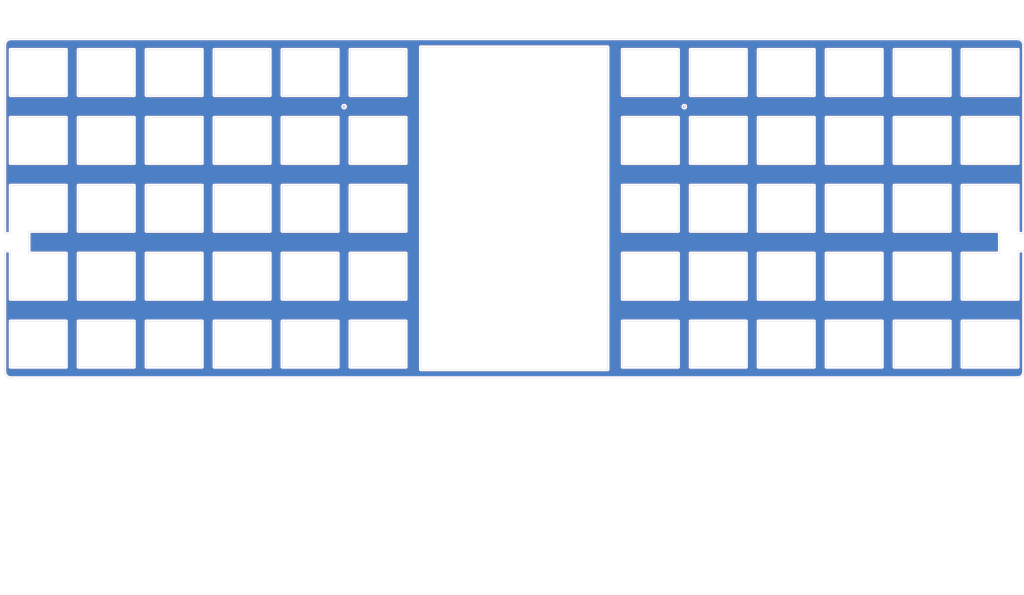
<source format=kicad_pcb>
(kicad_pcb (version 20211014) (generator pcbnew)
  (layers (0 "F.Cu" signal) (31 "B.Cu" signal) (34 "B.Paste" user) (35 "F.Paste" user) (36 "B.SilkS" user "B.Silkscreen") (37 "F.SilkS" user "F.Silkscreen") (38 "B.Mask" user) (39 "F.Mask" user) (44 "Edge.Cuts" user))
  (net 0 "")
  (gr_line (start 275.034557 99.298217) (end 275.034557 133.231058) (layer "Edge.Cuts") (width 0.1))
  (gr_line (start -8.929868 135.016997) (end 273.248618 135.016997) (layer "Edge.Cuts") (width 0.1))
  (gr_arc (start -10.715807 41.552856) (mid -10.192718 40.290006) (end -8.929868 39.766917) (layer "Edge.Cuts") (width 0.1))
  (gr_arc (start -8.929868 135.016997) (mid -10.192718 134.493908) (end -10.715807 133.231058) (layer "Edge.Cuts") (width 0.1))
  (gr_line (start -10.715807 41.552856) (end -10.715807 94.535713) (layer "Edge.Cuts") (width 0.1))
  (gr_line (start -10.715807 99.298217) (end -10.715807 133.231058) (layer "Edge.Cuts") (width 0.1))
  (gr_line (start 158.35379 42.148332) (end 105.965625 42.148125) (layer "Edge.Cuts") (width 0.1))
  (gr_line (start 200.621155 93.821644) (end 200.621155 80.96284) (layer "Edge.Cuts") (width 0.1))
  (gr_line (start 235.268488 119.063) (end 235.268488 131.921804) (layer "Edge.Cuts") (width 0.1))
  (gr_line (start 273.368648 131.921804) (end 257.771395 131.921804) (layer "Edge.Cuts") (width 0.1))
  (gr_line (start 197.168328 112.871724) (end 181.571075 112.871724) (layer "Edge.Cuts") (width 0.1))
  (gr_line (start 44.647896 119.063) (end 44.647896 131.921804) (layer "Edge.Cuts") (width 0.1))
  (gr_line (start 273.368648 94.53567) (end 275.034802 94.53567) (layer "Edge.Cuts") (width 0.1))
  (gr_line (start 82.748056 74.771564) (end 67.150803 74.771564) (layer "Edge.Cuts") (width 0.1))
  (gr_line (start 101.798136 80.96284) (end 101.798136 93.821644) (layer "Edge.Cuts") (width 0.1))
  (gr_line (start 10.000563 80.96284) (end 25.597816 80.96284) (layer "Edge.Cuts") (width 0.1))
  (gr_line (start 6.547736 42.86268) (end 6.547736 55.721484) (layer "Edge.Cuts") (width 0.1))
  (gr_line (start 254.318568 131.921804) (end 238.721315 131.921804) (layer "Edge.Cuts") (width 0.1))
  (gr_line (start 44.647896 61.91276) (end 44.647896 74.771564) (layer "Edge.Cuts") (width 0.1))
  (gr_line (start 273.368648 74.771564) (end 257.771395 74.771564) (layer "Edge.Cuts") (width 0.1))
  (gr_line (start 63.697976 61.91276) (end 63.697976 74.771564) (layer "Edge.Cuts") (width 0.1))
  (gr_line (start 200.621155 61.91276) (end 216.218408 61.91276) (layer "Edge.Cuts") (width 0.1))
  (gr_line (start 86.200883 93.821644) (end 86.200883 80.96284) (layer "Edge.Cuts") (width 0.1))
  (gr_line (start 197.168328 55.721484) (end 181.571075 55.721484) (layer "Edge.Cuts") (width 0.1))
  (gr_line (start 63.697976 131.921804) (end 48.100723 131.921804) (layer "Edge.Cuts") (width 0.1))
  (gr_line (start 200.621155 55.721484) (end 200.621155 42.86268) (layer "Edge.Cuts") (width 0.1))
  (gr_line (start -9.049517 131.921804) (end -9.049517 119.063) (layer "Edge.Cuts") (width 0.1))
  (gr_line (start 82.748056 100.01292) (end 82.748056 112.871724) (layer "Edge.Cuts") (width 0.1))
  (gr_line (start 162.520995 55.721484) (end 162.520995 42.86268) (layer "Edge.Cuts") (width 0.1))
  (gr_line (start 162.520995 131.921804) (end 162.520995 119.063) (layer "Edge.Cuts") (width 0.1))
  (gr_line (start 216.218408 61.91276) (end 216.218408 74.771564) (layer "Edge.Cuts") (width 0.1))
  (gr_line (start 235.268488 93.821644) (end 219.671235 93.821644) (layer "Edge.Cuts") (width 0.1))
  (gr_line (start 257.771395 93.821644) (end 257.771395 80.96284) (layer "Edge.Cuts") (width 0.1))
  (gr_line (start 48.100723 93.821644) (end 48.100723 80.96284) (layer "Edge.Cuts") (width 0.1))
  (gr_line (start 181.571075 131.921804) (end 181.571075 119.063) (layer "Edge.Cuts") (width 0.1))
  (gr_line (start 6.547736 74.771564) (end -9.049517 74.771564) (layer "Edge.Cuts") (width 0.1))
  (gr_line (start 200.621155 80.96284) (end 216.218408 80.96284) (layer "Edge.Cuts") (width 0.1))
  (gr_line (start 44.647896 80.96284) (end 44.647896 93.821644) (layer "Edge.Cuts") (width 0.1))
  (gr_line (start 86.200883 42.86268) (end 101.798136 42.86268) (layer "Edge.Cuts") (width 0.1))
  (gr_line (start 6.547736 55.721484) (end -9.049517 55.721484) (layer "Edge.Cuts") (width 0.1))
  (gr_line (start 101.798136 42.86268) (end 101.798136 55.721484) (layer "Edge.Cuts") (width 0.1))
  (gr_line (start 254.318568 119.063) (end 254.318568 131.921804) (layer "Edge.Cuts") (width 0.1))
  (gr_line (start 219.671235 100.01292) (end 235.268488 100.01292) (layer "Edge.Cuts") (width 0.1))
  (gr_line (start 67.150803 80.96284) (end 82.748056 80.96284) (layer "Edge.Cuts") (width 0.1))
  (gr_line (start 235.268488 55.721484) (end 219.671235 55.721484) (layer "Edge.Cuts") (width 0.1))
  (gr_line (start 181.571075 61.91276) (end 197.168328 61.91276) (layer "Edge.Cuts") (width 0.1))
  (gr_line (start 219.671235 80.96284) (end 235.268488 80.96284) (layer "Edge.Cuts") (width 0.1))
  (gr_line (start 238.721315 74.771564) (end 238.721315 61.91276) (layer "Edge.Cuts") (width 0.1))
  (gr_line (start 67.150803 131.921804) (end 67.150803 119.063) (layer "Edge.Cuts") (width 0.1))
  (gr_line (start 29.050643 61.91276) (end 44.647896 61.91276) (layer "Edge.Cuts") (width 0.1))
  (gr_line (start 162.520995 74.771564) (end 162.520995 61.91276) (layer "Edge.Cuts") (width 0.1))
  (gr_line (start 44.647896 55.721484) (end 29.050643 55.721484) (layer "Edge.Cuts") (width 0.1))
  (gr_line (start -9.049517 112.871724) (end -9.049517 99.298174) (layer "Edge.Cuts") (width 0.1))
  (gr_line (start 238.721315 61.91276) (end 254.318568 61.91276) (layer "Edge.Cuts") (width 0.1))
  (gr_line (start 25.597816 131.921804) (end 10.000563 131.921804) (layer "Edge.Cuts") (width 0.1))
  (gr_line (start 29.050643 119.063) (end 44.647896 119.063) (layer "Edge.Cuts") (width 0.1))
  (gr_line (start 86.200883 119.063) (end 101.798136 119.063) (layer "Edge.Cuts") (width 0.1))
  (gr_line (start 63.697976 74.771564) (end 48.100723 74.771564) (layer "Edge.Cuts") (width 0.1))
  (gr_line (start -9.049517 55.721484) (end -9.049517 42.86268) (layer "Edge.Cuts") (width 0.1))
  (gr_line (start 238.721315 112.871724) (end 238.721315 100.01292) (layer "Edge.Cuts") (width 0.1))
  (gr_line (start 10.000563 55.721484) (end 10.000563 42.86268) (layer "Edge.Cuts") (width 0.1))
  (gr_line (start -10.715671 94.53567) (end -9.049517 94.53567) (layer "Edge.Cuts") (width 0.1))
  (gr_line (start 216.218408 100.01292) (end 216.218408 112.871724) (layer "Edge.Cuts") (width 0.1))
  (gr_line (start 197.168328 93.821644) (end 181.571075 93.821644) (layer "Edge.Cuts") (width 0.1))
  (gr_line (start 67.150803 100.01292) (end 82.748056 100.01292) (layer "Edge.Cuts") (width 0.1))
  (gr_line (start 273.368648 55.721484) (end 257.771395 55.721484) (layer "Edge.Cuts") (width 0.1))
  (gr_line (start -9.049517 80.96284) (end 6.547736 80.96284) (layer "Edge.Cuts") (width 0.1))
  (gr_line (start 219.671235 119.063) (end 235.268488 119.063) (layer "Edge.Cuts") (width 0.1))
  (gr_line (start 6.547736 131.921804) (end -9.049517 131.921804) (layer "Edge.Cuts") (width 0.1))
  (gr_line (start 162.520995 119.063) (end 178.118248 119.063) (layer "Edge.Cuts") (width 0.1))
  (gr_line (start 29.050643 74.771564) (end 29.050643 61.91276) (layer "Edge.Cuts") (width 0.1))
  (gr_line (start 181.571075 119.063) (end 197.168328 119.063) (layer "Edge.Cuts") (width 0.1))
  (gr_line (start 25.597816 80.96284) (end 25.597816 93.821644) (layer "Edge.Cuts") (width 0.1))
  (gr_line (start 101.798136 100.01292) (end 101.798136 112.871724) (layer "Edge.Cuts") (width 0.1))
  (gr_line (start 197.168328 119.063) (end 197.168328 131.921804) (layer "Edge.Cuts") (width 0.1))
  (gr_line (start 219.671235 55.721484) (end 219.671235 42.86268) (layer "Edge.Cuts") (width 0.1))
  (gr_line (start 10.000563 93.821644) (end 10.000563 80.96284) (layer "Edge.Cuts") (width 0.1))
  (gr_arc (start 273.248618 39.766917) (mid 274.511468 40.290006) (end 275.034557 41.552856) (layer "Edge.Cuts") (width 0.1))
  (gr_line (start 48.100723 74.771564) (end 48.100723 61.91276) (layer "Edge.Cuts") (width 0.1))
  (gr_line (start 82.748056 80.96284) (end 82.748056 93.821644) (layer "Edge.Cuts") (width 0.1))
  (gr_line (start 101.798136 131.921804) (end 86.200883 131.921804) (layer "Edge.Cuts") (width 0.1))
  (gr_line (start 178.118248 42.86268) (end 178.118248 55.721484) (layer "Edge.Cuts") (width 0.1))
  (gr_line (start 216.218408 55.721484) (end 200.621155 55.721484) (layer "Edge.Cuts") (width 0.1))
  (gr_line (start -9.049517 94.53567) (end -9.049517 80.96284) (layer "Edge.Cuts") (width 0.1))
  (gr_line (start 254.318568 100.01292) (end 254.318568 112.871724) (layer "Edge.Cuts") (width 0.1))
  (gr_line (start 219.671235 112.871724) (end 219.671235 100.01292) (layer "Edge.Cuts") (width 0.1))
  (gr_line (start 235.268488 112.871724) (end 219.671235 112.871724) (layer "Edge.Cuts") (width 0.1))
  (gr_line (start 257.771395 112.871724) (end 257.771395 100.01292) (layer "Edge.Cuts") (width 0.1))
  (gr_line (start 82.748056 61.91276) (end 82.748056 74.771564) (layer "Edge.Cuts") (width 0.1))
  (gr_line (start 178.118248 55.721484) (end 162.520995 55.721484) (layer "Edge.Cuts") (width 0.1))
  (gr_line (start 101.798136 61.91276) (end 101.798136 74.771564) (layer "Edge.Cuts") (width 0.1))
  (gr_line (start 63.697976 112.871724) (end 48.100723 112.871724) (layer "Edge.Cuts") (width 0.1))
  (gr_line (start 82.748056 55.721484) (end 67.150803 55.721484) (layer "Edge.Cuts") (width 0.1))
  (gr_line (start 86.200883 80.96284) (end 101.798136 80.96284) (layer "Edge.Cuts") (width 0.1))
  (gr_line (start 101.798136 93.821644) (end 86.200883 93.821644) (layer "Edge.Cuts") (width 0.1))
  (gr_line (start 29.050643 80.96284) (end 44.647896 80.96284) (layer "Edge.Cuts") (width 0.1))
  (gr_line (start 63.697976 119.063) (end 63.697976 131.921804) (layer "Edge.Cuts") (width 0.1))
  (gr_line (start 6.547736 93.821644) (end -3.929808 93.821644) (layer "Edge.Cuts") (width 0.1))
  (gr_line (start 82.748056 131.921804) (end 67.150803 131.921804) (layer "Edge.Cuts") (width 0.1))
  (gr_line (start 25.597816 100.01292) (end 25.597816 112.871724) (layer "Edge.Cuts") (width 0.1))
  (gr_line (start 178.118248 61.91276) (end 178.118248 74.771564) (layer "Edge.Cuts") (width 0.1))
  (gr_line (start 48.100723 119.063) (end 63.697976 119.063) (layer "Edge.Cuts") (width 0.1))
  (gr_line (start 216.218408 42.86268) (end 216.218408 55.721484) (layer "Edge.Cuts") (width 0.1))
  (gr_line (start -3.929808 100.01292) (end -3.929808 93.821644) (layer "Edge.Cuts") (width 0.1))
  (gr_line (start 67.150803 93.821644) (end 67.150803 80.96284) (layer "Edge.Cuts") (width 0.1))
  (gr_line (start 10.000563 42.86268) (end 25.597816 42.86268) (layer "Edge.Cuts") (width 0.1))
  (gr_line (start 105.965625 42.148125) (end 105.965625 132.635625) (layer "Edge.Cuts") (width 0.1))
  (gr_line (start 178.118248 80.96284) (end 178.118248 93.821644) (layer "Edge.Cuts") (width 0.1))
  (gr_line (start 86.200883 100.01292) (end 101.798136 100.01292) (layer "Edge.Cuts") (width 0.1))
  (gr_line (start 235.268488 131.921804) (end 219.671235 131.921804) (layer "Edge.Cuts") (width 0.1))
  (gr_line (start 238.721315 100.01292) (end 254.318568 100.01292) (layer "Edge.Cuts") (width 0.1))
  (gr_line (start 44.647896 93.821644) (end 29.050643 93.821644) (layer "Edge.Cuts") (width 0.1))
  (gr_line (start 273.368648 99.298174) (end 275.034802 99.298174) (layer "Edge.Cuts") (width 0.1))
  (gr_line (start 238.721315 131.921804) (end 238.721315 119.063) (layer "Edge.Cuts") (width 0.1))
  (gr_line (start 254.318568 55.721484) (end 238.721315 55.721484) (layer "Edge.Cuts") (width 0.1))
  (gr_line (start 257.771395 80.96284) (end 273.368648 80.96284) (layer "Edge.Cuts") (width 0.1))
  (gr_line (start 273.368648 42.86268) (end 273.368648 55.721484) (layer "Edge.Cuts") (width 0.1))
  (gr_line (start 48.100723 100.01292) (end 63.697976 100.01292) (layer "Edge.Cuts") (width 0.1))
  (gr_line (start 48.100723 80.96284) (end 63.697976 80.96284) (layer "Edge.Cuts") (width 0.1))
  (gr_line (start 273.368648 119.063) (end 273.368648 131.921804) (layer "Edge.Cuts") (width 0.1))
  (gr_line (start 219.671235 131.921804) (end 219.671235 119.063) (layer "Edge.Cuts") (width 0.1))
  (gr_line (start 10.000563 119.063) (end 25.597816 119.063) (layer "Edge.Cuts") (width 0.1))
  (gr_line (start 44.647896 100.01292) (end 44.647896 112.871724) (layer "Edge.Cuts") (width 0.1))
  (gr_line (start 216.218408 74.771564) (end 200.621155 74.771564) (layer "Edge.Cuts") (width 0.1))
  (gr_line (start 6.547736 100.01292) (end 6.547736 112.871724) (layer "Edge.Cuts") (width 0.1))
  (gr_line (start 273.368648 61.91276) (end 273.368648 74.771564) (layer "Edge.Cuts") (width 0.1))
  (gr_line (start 44.647896 74.771564) (end 29.050643 74.771564) (layer "Edge.Cuts") (width 0.1))
  (gr_line (start 48.100723 131.921804) (end 48.100723 119.063) (layer "Edge.Cuts") (width 0.1))
  (gr_line (start 197.168328 100.01292) (end 197.168328 112.871724) (layer "Edge.Cuts") (width 0.1))
  (gr_line (start 29.050643 55.721484) (end 29.050643 42.86268) (layer "Edge.Cuts") (width 0.1))
  (gr_line (start 67.150803 55.721484) (end 67.150803 42.86268) (layer "Edge.Cuts") (width 0.1))
  (gr_line (start 29.050643 93.821644) (end 29.050643 80.96284) (layer "Edge.Cuts") (width 0.1))
  (gr_line (start 25.597816 93.821644) (end 10.000563 93.821644) (layer "Edge.Cuts") (width 0.1))
  (gr_line (start -9.049517 42.86268) (end 6.547736 42.86268) (layer "Edge.Cuts") (width 0.1))
  (gr_line (start 181.571075 74.771564) (end 181.571075 61.91276) (layer "Edge.Cuts") (width 0.1))
  (gr_line (start 29.050643 131.921804) (end 29.050643 119.063) (layer "Edge.Cuts") (width 0.1))
  (gr_line (start 10.000563 74.771564) (end 10.000563 61.91276) (layer "Edge.Cuts") (width 0.1))
  (gr_line (start 257.771395 74.771564) (end 257.771395 61.91276) (layer "Edge.Cuts") (width 0.1))
  (gr_line (start 82.748056 119.063) (end 82.748056 131.921804) (layer "Edge.Cuts") (width 0.1))
  (gr_line (start 238.721315 93.821644) (end 238.721315 80.96284) (layer "Edge.Cuts") (width 0.1))
  (gr_line (start 235.268488 80.96284) (end 235.268488 93.821644) (layer "Edge.Cuts") (width 0.1))
  (gr_line (start -3.929808 100.01292) (end 6.547736 100.01292) (layer "Edge.Cuts") (width 0.1))
  (gr_line (start 67.150803 112.871724) (end 67.150803 100.01292) (layer "Edge.Cuts") (width 0.1))
  (gr_line (start 235.268488 100.01292) (end 235.268488 112.871724) (layer "Edge.Cuts") (width 0.1))
  (gr_line (start 6.547736 80.96284) (end 6.547736 93.821644) (layer "Edge.Cuts") (width 0.1))
  (gr_line (start 238.721315 55.721484) (end 238.721315 42.86268) (layer "Edge.Cuts") (width 0.1))
  (gr_line (start 178.118248 93.821644) (end 162.520995 93.821644) (layer "Edge.Cuts") (width 0.1))
  (gr_line (start 10.000563 131.921804) (end 10.000563 119.063) (layer "Edge.Cuts") (width 0.1))
  (gr_line (start 254.318568 42.86268) (end 254.318568 55.721484) (layer "Edge.Cuts") (width 0.1))
  (gr_line (start 216.218408 93.821644) (end 200.621155 93.821644) (layer "Edge.Cuts") (width 0.1))
  (gr_line (start 254.318568 112.871724) (end 238.721315 112.871724) (layer "Edge.Cuts") (width 0.1))
  (gr_line (start 82.748056 93.821644) (end 67.150803 93.821644) (layer "Edge.Cuts") (width 0.1))
  (gr_line (start 48.100723 55.721484) (end 48.100723 42.86268) (layer "Edge.Cuts") (width 0.1))
  (gr_line (start 44.647896 131.921804) (end 29.050643 131.921804) (layer "Edge.Cuts") (width 0.1))
  (gr_line (start 178.118248 112.871724) (end 162.520995 112.871724) (layer "Edge.Cuts") (width 0.1))
  (gr_line (start 257.771395 42.86268) (end 273.368648 42.86268) (layer "Edge.Cuts") (width 0.1))
  (gr_line (start 162.520995 42.86268) (end 178.118248 42.86268) (layer "Edge.Cuts") (width 0.1))
  (gr_line (start 200.621155 42.86268) (end 216.218408 42.86268) (layer "Edge.Cuts") (width 0.1))
  (gr_line (start 200.621155 74.771564) (end 200.621155 61.91276) (layer "Edge.Cuts") (width 0.1))
  (gr_line (start 48.100723 112.871724) (end 48.100723 100.01292) (layer "Edge.Cuts") (width 0.1))
  (gr_line (start 29.050643 112.871724) (end 29.050643 100.01292) (layer "Edge.Cuts") (width 0.1))
  (gr_line (start 86.200883 74.771564) (end 86.200883 61.91276) (layer "Edge.Cuts") (width 0.1))
  (gr_line (start 219.671235 74.771564) (end 219.671235 61.91276) (layer "Edge.Cuts") (width 0.1))
  (gr_line (start 105.965625 132.635625) (end 158.35379 132.635832) (layer "Edge.Cuts") (width 0.1))
  (gr_line (start 101.798136 112.871724) (end 86.200883 112.871724) (layer "Edge.Cuts") (width 0.1))
  (gr_line (start 63.697976 55.721484) (end 48.100723 55.721484) (layer "Edge.Cuts") (width 0.1))
  (gr_line (start 273.368648 80.96284) (end 273.368648 94.53567) (layer "Edge.Cuts") (width 0.1))
  (gr_line (start 67.150803 119.063) (end 82.748056 119.063) (layer "Edge.Cuts") (width 0.1))
  (gr_line (start 6.547736 119.063) (end 6.547736 131.921804) (layer "Edge.Cuts") (width 0.1))
  (gr_line (start 219.671235 93.821644) (end 219.671235 80.96284) (layer "Edge.Cuts") (width 0.1))
  (gr_line (start 63.697976 100.01292) (end 63.697976 112.871724) (layer "Edge.Cuts") (width 0.1))
  (gr_line (start 25.597816 119.063) (end 25.597816 131.921804) (layer "Edge.Cuts") (width 0.1))
  (gr_line (start 10.000563 61.91276) (end 25.597816 61.91276) (layer "Edge.Cuts") (width 0.1))
  (gr_line (start 235.268488 42.86268) (end 235.268488 55.721484) (layer "Edge.Cuts") (width 0.1))
  (gr_line (start 162.520995 93.821644) (end 162.520995 80.96284) (layer "Edge.Cuts") (width 0.1))
  (gr_line (start 25.597816 42.86268) (end 25.597816 55.721484) (layer "Edge.Cuts") (width 0.1))
  (gr_line (start 44.647896 112.871724) (end 29.050643 112.871724) (layer "Edge.Cuts") (width 0.1))
  (gr_line (start 101.798136 55.721484) (end 86.200883 55.721484) (layer "Edge.Cuts") (width 0.1))
  (gr_line (start -9.049517 61.91276) (end 6.547736 61.91276) (layer "Edge.Cuts") (width 0.1))
  (gr_line (start 200.621155 100.01292) (end 216.218408 100.01292) (layer "Edge.Cuts") (width 0.1))
  (gr_line (start 235.268488 74.771564) (end 219.671235 74.771564) (layer "Edge.Cuts") (width 0.1))
  (gr_line (start 273.248618 39.766917) (end -8.929868 39.766917) (layer "Edge.Cuts") (width 0.1))
  (gr_line (start 216.218408 80.96284) (end 216.218408 93.821644) (layer "Edge.Cuts") (width 0.1))
  (gr_line (start 48.100723 42.86268) (end 63.697976 42.86268) (layer "Edge.Cuts") (width 0.1))
  (gr_line (start 275.034557 41.552856) (end 275.034557 94.535713) (layer "Edge.Cuts") (width 0.1))
  (gr_line (start 86.200883 131.921804) (end 86.200883 119.063) (layer "Edge.Cuts") (width 0.1))
  (gr_line (start 82.748056 42.86268) (end 82.748056 55.721484) (layer "Edge.Cuts") (width 0.1))
  (gr_line (start 25.597816 55.721484) (end 10.000563 55.721484) (layer "Edge.Cuts") (width 0.1))
  (gr_line (start 86.200883 61.91276) (end 101.798136 61.91276) (layer "Edge.Cuts") (width 0.1))
  (gr_line (start 268.248939 93.821644) (end 268.248939 100.01292) (layer "Edge.Cuts") (width 0.1))
  (gr_line (start 235.268488 61.91276) (end 235.268488 74.771564) (layer "Edge.Cuts") (width 0.1))
  (gr_line (start 197.168328 42.86268) (end 197.168328 55.721484) (layer "Edge.Cuts") (width 0.1))
  (gr_line (start 254.318568 80.96284) (end 254.318568 93.821644) (layer "Edge.Cuts") (width 0.1))
  (gr_line (start -9.049517 119.063) (end 6.547736 119.063) (layer "Edge.Cuts") (width 0.1))
  (gr_line (start 238.721315 42.86268) (end 254.318568 42.86268) (layer "Edge.Cuts") (width 0.1))
  (gr_line (start 257.771395 61.91276) (end 273.368648 61.91276) (layer "Edge.Cuts") (width 0.1))
  (gr_line (start 25.597816 74.771564) (end 10.000563 74.771564) (layer "Edge.Cuts") (width 0.1))
  (gr_line (start 181.571075 55.721484) (end 181.571075 42.86268) (layer "Edge.Cuts") (width 0.1))
  (gr_line (start 181.571075 42.86268) (end 197.168328 42.86268) (layer "Edge.Cuts") (width 0.1))
  (gr_line (start 10.000563 100.01292) (end 25.597816 100.01292) (layer "Edge.Cuts") (width 0.1))
  (gr_line (start 25.597816 112.871724) (end 10.000563 112.871724) (layer "Edge.Cuts") (width 0.1))
  (gr_line (start 63.697976 93.821644) (end 48.100723 93.821644) (layer "Edge.Cuts") (width 0.1))
  (gr_line (start 254.318568 61.91276) (end 254.318568 74.771564) (layer "Edge.Cuts") (width 0.1))
  (gr_line (start 257.771395 119.063) (end 273.368648 119.063) (layer "Edge.Cuts") (width 0.1))
  (gr_line (start 44.647896 42.86268) (end 44.647896 55.721484) (layer "Edge.Cuts") (width 0.1))
  (gr_line (start 162.520995 112.871724) (end 162.520995 100.01292) (layer "Edge.Cuts") (width 0.1))
  (gr_line (start 82.748056 112.871724) (end 67.150803 112.871724) (layer "Edge.Cuts") (width 0.1))
  (gr_line (start 67.150803 42.86268) (end 82.748056 42.86268) (layer "Edge.Cuts") (width 0.1))
  (gr_line (start 181.571075 80.96284) (end 197.168328 80.96284) (layer "Edge.Cuts") (width 0.1))
  (gr_line (start 181.571075 100.01292) (end 197.168328 100.01292) (layer "Edge.Cuts") (width 0.1))
  (gr_line (start 63.697976 42.86268) (end 63.697976 55.721484) (layer "Edge.Cuts") (width 0.1))
  (gr_line (start 238.721315 80.96284) (end 254.318568 80.96284) (layer "Edge.Cuts") (width 0.1))
  (gr_line (start 101.798136 119.063) (end 101.798136 131.921804) (layer "Edge.Cuts") (width 0.1))
  (gr_line (start 178.118248 131.921804) (end 162.520995 131.921804) (layer "Edge.Cuts") (width 0.1))
  (gr_line (start 257.771395 100.01292) (end 268.248939 100.01292) (layer "Edge.Cuts") (width 0.1))
  (gr_line (start 101.798136 74.771564) (end 86.200883 74.771564) (layer "Edge.Cuts") (width 0.1))
  (gr_line (start 197.168328 80.96284) (end 197.168328 93.821644) (layer "Edge.Cuts") (width 0.1))
  (gr_line (start 25.597816 61.91276) (end 25.597816 74.771564) (layer "Edge.Cuts") (width 0.1))
  (gr_arc (start 275.034557 133.231058) (mid 274.511468 134.493908) (end 273.248618 135.016997) (layer "Edge.Cuts") (width 0.1))
  (gr_line (start 216.218408 131.921804) (end 200.621155 131.921804) (layer "Edge.Cuts") (width 0.1))
  (gr_line (start 216.218408 119.063) (end 216.218408 131.921804) (layer "Edge.Cuts") (width 0.1))
  (gr_line (start 197.168328 74.771564) (end 181.571075 74.771564) (layer "Edge.Cuts") (width 0.1))
  (gr_line (start 48.100723 61.91276) (end 63.697976 61.91276) (layer "Edge.Cuts") (width 0.1))
  (gr_line (start 29.050643 100.01292) (end 44.647896 100.01292) (layer "Edge.Cuts") (width 0.1))
  (gr_line (start 219.671235 61.91276) (end 235.268488 61.91276) (layer "Edge.Cuts") (width 0.1))
  (gr_line (start 257.771395 131.921804) (end 257.771395 119.063) (layer "Edge.Cuts") (width 0.1))
  (gr_line (start 6.547736 112.871724) (end -9.049517 112.871724) (layer "Edge.Cuts") (width 0.1))
  (gr_line (start 86.200883 112.871724) (end 86.200883 100.01292) (layer "Edge.Cuts") (width 0.1))
  (gr_line (start 6.547736 61.91276) (end 6.547736 74.771564) (layer "Edge.Cuts") (width 0.1))
  (gr_line (start 86.200883 55.721484) (end 86.200883 42.86268) (layer "Edge.Cuts") (width 0.1))
  (gr_line (start 162.520995 100.01292) (end 178.118248 100.01292) (layer "Edge.Cuts") (width 0.1))
  (gr_line (start 238.721315 119.063) (end 254.318568 119.063) (layer "Edge.Cuts") (width 0.1))
  (gr_line (start 67.150803 61.91276) (end 82.748056 61.91276) (layer "Edge.Cuts") (width 0.1))
  (gr_line (start 268.248939 93.821644) (end 257.771395 93.821644) (layer "Edge.Cuts") (width 0.1))
  (gr_line (start 197.168328 131.921804) (end 181.571075 131.921804) (layer "Edge.Cuts") (width 0.1))
  (gr_line (start 257.771395 55.721484) (end 257.771395 42.86268) (layer "Edge.Cuts") (width 0.1))
  (gr_line (start 254.318568 93.821644) (end 238.721315 93.821644) (layer "Edge.Cuts") (width 0.1))
  (gr_line (start 273.368648 112.871724) (end 257.771395 112.871724) (layer "Edge.Cuts") (width 0.1))
  (gr_line (start 181.571075 112.871724) (end 181.571075 100.01292) (layer "Edge.Cuts") (width 0.1))
  (gr_line (start 162.520995 61.91276) (end 178.118248 61.91276) (layer "Edge.Cuts") (width 0.1))
  (gr_line (start 273.368648 99.298174) (end 273.368648 112.871724) (layer "Edge.Cuts") (width 0.1))
  (gr_line (start 254.318568 74.771564) (end 238.721315 74.771564) (layer "Edge.Cuts") (width 0.1))
  (gr_line (start 178.118248 74.771564) (end 162.520995 74.771564) (layer "Edge.Cuts") (width 0.1))
  (gr_line (start 63.697976 80.96284) (end 63.697976 93.821644) (layer "Edge.Cuts") (width 0.1))
  (gr_line (start 219.671235 42.86268) (end 235.268488 42.86268) (layer "Edge.Cuts") (width 0.1))
  (gr_line (start 158.35379 42.148332) (end 158.35379 132.635832) (layer "Edge.Cuts") (width 0.1))
  (gr_line (start 67.150803 74.771564) (end 67.150803 61.91276) (layer "Edge.Cuts") (width 0.1))
  (gr_line (start 200.621155 112.871724) (end 200.621155 100.01292) (layer "Edge.Cuts") (width 0.1))
  (gr_line (start 178.118248 119.063) (end 178.118248 131.921804) (layer "Edge.Cuts") (width 0.1))
  (gr_line (start 178.118248 100.01292) (end 178.118248 112.871724) (layer "Edge.Cuts") (width 0.1))
  (gr_line (start 216.218408 112.871724) (end 200.621155 112.871724) (layer "Edge.Cuts") (width 0.1))
  (gr_line (start 181.571075 93.821644) (end 181.571075 80.96284) (layer "Edge.Cuts") (width 0.1))
  (gr_line (start 200.621155 131.921804) (end 200.621155 119.063) (layer "Edge.Cuts") (width 0.1))
  (gr_line (start 10.000563 112.871724) (end 10.000563 100.01292) (layer "Edge.Cuts") (width 0.1))
  (gr_line (start -10.715671 99.298174) (end -9.049517 99.298174) (layer "Edge.Cuts") (width 0.1))
  (gr_line (start 197.168328 61.91276) (end 197.168328 74.771564) (layer "Edge.Cuts") (width 0.1))
  (gr_line (start -9.049517 74.771564) (end -9.049517 61.91276) (layer "Edge.Cuts") (width 0.1))
  (gr_line (start 29.050643 42.86268) (end 44.647896 42.86268) (layer "Edge.Cuts") (width 0.1))
  (gr_line (start 162.520995 80.96284) (end 178.118248 80.96284) (layer "Edge.Cuts") (width 0.1))
  (gr_line (start 200.621155 119.063) (end 216.218408 119.063) (layer "Edge.Cuts") (width 0.1))
  (via (at 179.84087 58.860582) (size 0.6) (drill 0.4) (layers "F.Cu" "B.Cu") (net 0))
  (via (at 84.478261 58.860582) (size 0.6) (drill 0.4) (layers "F.Cu" "B.Cu") (net 0))
  (zone (net 0) (net_name "") (layer "F.Cu") (connect_pads (clearance 0.508)) (min_thickness 0.254) (fill yes (thermal_gap 0.508) (thermal_bridge_width 0.508))
    (polygon (pts (xy 275 135) (xy -10.8 135) (xy -10.7 39.7) (xy 275 39.7)))
  )
  (zone (net 0) (net_name "") (layer "B.Cu") (connect_pads (clearance 0.508)) (min_thickness 0.254) (fill yes (thermal_gap 0.508) (thermal_bridge_width 0.508))
    (polygon (pts (xy 275 135) (xy -10.8 135) (xy -10.7 39.7) (xy 275 39.7)))
  )
)
</source>
